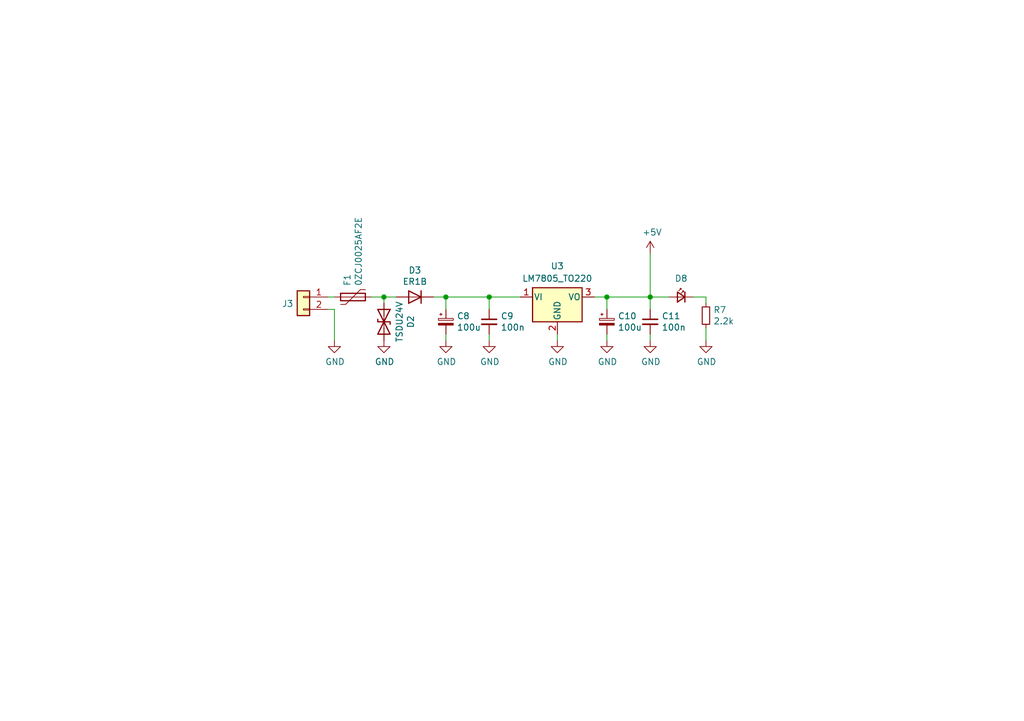
<source format=kicad_sch>
(kicad_sch (version 20250114) (generator "eeschema") (generator_version "9.0")
  (paper "A5")
  (title_block (title "Power Supply") (date "2025-07-19") (rev "1.1") (company "SQ9NJE Quirky Solutions"))
  (lib_symbols
    (symbol "Connector_Generic:Conn_01x02" (pin_names (offset 1.016) (hide yes))
      (property "Reference" "J" (at 0 2.54 0))
      (property "Value" "Conn_01x02" (at 0 -5.08 0))
      (symbol "Conn_01x02_1_1"
        (rectangle (start -1.27 1.27) (end 1.27 -3.81) (stroke (width 0.254)) (fill (type background)))
        (rectangle (start -1.27 0.127) (end 0 -0.127) (stroke (width 0.1524)))
        (rectangle (start -1.27 -2.413) (end 0 -2.667) (stroke (width 0.1524)))
        (pin passive line (at -5.08 0 0) (length 3.81) (name "Pin_1") (number "1"))
        (pin passive line (at -5.08 -2.54 0) (length 3.81) (name "Pin_2") (number "2"))
      )
    )
    (symbol "Device:C_Small" (pin_numbers (hide yes)) (pin_names (offset 0.254) (hide yes))
      (property "Reference" "C" (at 0.254 1.778 0))
      (property "Value" "C_Small" (at 0.254 -2.032 0))
      (symbol "C_Small_0_1"
        (polyline (pts (xy -1.524 0.508) (xy 1.524 0.508)) (stroke (width 0.3048)))
        (polyline (pts (xy -1.524 -0.508) (xy 1.524 -0.508)) (stroke (width 0.3302)))
      )
      (symbol "C_Small_1_1"
        (pin passive line (at 0 2.54 270) (length 2.032) (name "~") (number "1"))
        (pin passive line (at 0 -2.54 90) (length 2.032) (name "~") (number "2"))
      )
    )
    (symbol "Device:D" (pin_numbers (hide yes)) (pin_names (offset 1.016) (hide yes))
      (property "Reference" "D" (at 0 2.54 0))
      (property "Value" "D" (at 0 -2.54 0))
      (symbol "D_0_1"
        (polyline (pts (xy -1.27 1.27) (xy -1.27 -1.27)) (stroke (width 0.254)))
        (polyline (pts (xy 1.27 1.27) (xy 1.27 -1.27) (xy -1.27 0) (xy 1.27 1.27)) (stroke (width 0.254)))
        (polyline (pts (xy 1.27 0) (xy -1.27 0)))
      )
      (symbol "D_1_1"
        (pin passive line (at -3.81 0 0) (length 2.54) (name "K") (number "1"))
        (pin passive line (at 3.81 0 180) (length 2.54) (name "A") (number "2"))
      )
    )
    (symbol "Device:D_TVS" (pin_numbers (hide yes)) (pin_names (offset 1.016) (hide yes))
      (property "Reference" "D" (at 0 2.54 0))
      (property "Value" "D_TVS" (at 0 -2.54 0))
      (symbol "D_TVS_0_1"
        (polyline (pts (xy -2.54 1.27) (xy -2.54 -1.27) (xy 2.54 1.27) (xy 2.54 -1.27) (xy -2.54 1.27)) (stroke (width 0.254)))
        (polyline (pts (xy 0.508 1.27) (xy 0 1.27) (xy 0 -1.27) (xy -0.508 -1.27)) (stroke (width 0.254)))
        (polyline (pts (xy 1.27 0) (xy -1.27 0)))
      )
      (symbol "D_TVS_1_1"
        (pin passive line (at -3.81 0 0) (length 2.54) (name "A1") (number "1"))
        (pin passive line (at 3.81 0 180) (length 2.54) (name "A2") (number "2"))
      )
    )
    (symbol "Device:LED_Small" (pin_numbers (hide yes)) (pin_names (offset 0.254) (hide yes))
      (property "Reference" "D" (at -1.27 3.175 0))
      (property "Value" "LED_Small" (at -4.445 -2.54 0))
      (symbol "LED_Small_0_1"
        (polyline (pts (xy -0.762 -1.016) (xy -0.762 1.016)) (stroke (width 0.254)))
        (polyline (pts (xy 0 0.762) (xy -0.508 1.27) (xy -0.254 1.27) (xy -0.508 1.27) (xy -0.508 1.016)))
        (polyline (pts (xy 0.508 1.27) (xy 0 1.778) (xy 0.254 1.778) (xy 0 1.778) (xy 0 1.524)))
        (polyline (pts (xy 0.762 -1.016) (xy -0.762 0) (xy 0.762 1.016) (xy 0.762 -1.016)) (stroke (width 0.254)))
        (polyline (pts (xy 1.016 0) (xy -0.762 0)))
      )
      (symbol "LED_Small_1_1"
        (pin passive line (at -2.54 0 0) (length 1.778) (name "K") (number "1"))
        (pin passive line (at 2.54 0 180) (length 1.778) (name "A") (number "2"))
      )
    )
    (symbol "Device:Polyfuse" (pin_numbers (hide yes)) (pin_names (offset 0))
      (property "Reference" "F" (at -2.54 0 90))
      (property "Value" "Polyfuse" (at 2.54 0 90))
      (symbol "Polyfuse_0_1"
        (polyline (pts (xy -1.524 2.54) (xy -1.524 1.524) (xy 1.524 -1.524) (xy 1.524 -2.54)))
        (rectangle (start -0.762 2.54) (end 0.762 -2.54) (stroke (width 0.254)))
        (polyline (pts (xy 0 2.54) (xy 0 -2.54)))
      )
      (symbol "Polyfuse_1_1"
        (pin passive line (at 0 3.81 270) (length 1.27) (name "~") (number "1"))
        (pin passive line (at 0 -3.81 90) (length 1.27) (name "~") (number "2"))
      )
    )
    (symbol "Device:R_Small" (pin_numbers (hide yes)) (pin_names (offset 0.254) (hide yes))
      (property "Reference" "R" (at 0.762 0.508 0))
      (property "Value" "R_Small" (at 0.762 -1.016 0))
      (symbol "R_Small_0_1"
        (rectangle (start -0.762 1.778) (end 0.762 -1.778) (stroke (width 0.2032)))
      )
      (symbol "R_Small_1_1"
        (pin passive line (at 0 2.54 270) (length 0.762) (name "~") (number "1"))
        (pin passive line (at 0 -2.54 90) (length 0.762) (name "~") (number "2"))
      )
    )
    (symbol "Regulator_Linear:LM7805_TO220" (pin_names (offset 0.254))
      (property "Reference" "U" (at -3.81 3.175 0))
      (property "Value" "LM7805_TO220" (at 0 3.175 0))
      (symbol "LM7805_TO220_0_1"
        (rectangle (start -5.08 1.905) (end 5.08 -5.08) (stroke (width 0.254)) (fill (type background)))
      )
      (symbol "LM7805_TO220_1_1"
        (pin power_in line (at -7.62 0 0) (length 2.54) (name "VI") (number "1"))
        (pin power_in line (at 0 -7.62 90) (length 2.54) (name "GND") (number "2"))
        (pin power_out line (at 7.62 0 180) (length 2.54) (name "VO") (number "3"))
      )
    )
    (symbol "antenna_switch_comms-rescue:CP_Small-Device" (pin_numbers (hide yes)) (pin_names (offset 0.254) (hide yes))
      (property "Reference" "C" (at 0.254 1.778 0))
      (property "Value" "CP_Small-Device" (at 0.254 -2.032 0))
      (symbol "CP_Small-Device_0_1"
        (rectangle (start -1.524 0.6858) (end 1.524 0.3048))
        (rectangle (start -1.524 -0.3048) (end 1.524 -0.6858) (fill (type outline)))
        (polyline (pts (xy -1.27 1.524) (xy -0.762 1.524)))
        (polyline (pts (xy -1.016 1.27) (xy -1.016 1.778)))
      )
      (symbol "CP_Small-Device_1_1"
        (pin passive line (at 0 2.54 270) (length 1.8542) (name "~") (number "1"))
        (pin passive line (at 0 -2.54 90) (length 1.8542) (name "~") (number "2"))
      )
    )
    (symbol "power:+5V" (power) (pin_names (offset 0))
      (property "Value" "+5V" (at 0 3.556 0))
      (symbol "+5V_0_1"
        (polyline (pts (xy -0.762 1.27) (xy 0 2.54)))
        (polyline (pts (xy 0 2.54) (xy 0.762 1.27)))
        (polyline (pts (xy 0 0) (xy 0 2.54)))
      )
      (symbol "+5V_1_1"
        (pin power_in line (at 0 0 90) (length 0) (hide yes) (name "+5V") (number "1"))
      )
    )
    (symbol "power:GND" (power) (pin_names (offset 0))
      (property "Value" "GND" (at 0 -3.81 0))
      (symbol "GND_0_1"
        (polyline (pts (xy 0 0) (xy 0 -1.27) (xy 1.27 -1.27) (xy 0 -2.54) (xy -1.27 -1.27) (xy 0 -1.27)))
      )
      (symbol "GND_1_1"
        (pin power_in line (at 0 0 270) (length 0) (hide yes) (name "GND") (number "1"))
      )
    )
  )
  (junction (at 100.33 60.96))
  (junction (at 124.46 60.96))
  (junction (at 133.35 60.96))
  (junction (at 78.74 60.96))
  (junction (at 91.44 60.96))
  (wire (pts (xy 133.35 60.96) (xy 137.16 60.96)))
  (wire (pts (xy 78.74 60.96) (xy 81.28 60.96)))
  (wire (pts (xy 114.3 68.58) (xy 114.3 69.85)))
  (wire (pts (xy 144.78 60.96) (xy 144.78 62.23)))
  (wire (pts (xy 67.31 60.96) (xy 68.58 60.96)))
  (wire (pts (xy 78.74 62.23) (xy 78.74 60.96)))
  (wire (pts (xy 76.2 60.96) (xy 78.74 60.96)))
  (wire (pts (xy 133.35 68.58) (xy 133.35 69.85)))
  (wire (pts (xy 144.78 67.31) (xy 144.78 69.85)))
  (wire (pts (xy 88.9 60.96) (xy 91.44 60.96)))
  (wire (pts (xy 100.33 60.96) (xy 106.68 60.96)))
  (wire (pts (xy 142.24 60.96) (xy 144.78 60.96)))
  (wire (pts (xy 91.44 63.5) (xy 91.44 60.96)))
  (wire (pts (xy 124.46 68.58) (xy 124.46 69.85)))
  (wire (pts (xy 124.46 60.96) (xy 133.35 60.96)))
  (wire (pts (xy 67.31 63.5) (xy 68.58 63.5)))
  (wire (pts (xy 121.92 60.96) (xy 124.46 60.96)))
  (wire (pts (xy 100.33 68.58) (xy 100.33 69.85)))
  (wire (pts (xy 133.35 63.5) (xy 133.35 60.96)))
  (wire (pts (xy 100.33 63.5) (xy 100.33 60.96)))
  (wire (pts (xy 91.44 60.96) (xy 100.33 60.96)))
  (wire (pts (xy 124.46 63.5) (xy 124.46 60.96)))
  (wire (pts (xy 91.44 68.58) (xy 91.44 69.85)))
  (wire (pts (xy 133.35 52.07) (xy 133.35 60.96)))
  (wire (pts (xy 68.58 63.5) (xy 68.58 69.85)))
  (symbol (lib_id "Device:Polyfuse") (at 72.39 60.96 90) (unit 1)
    (property "Reference" "F1" (at 71.2216 58.7248 0) (effects (justify left)))
    (property "Value" "0ZCJ0025AF2E" (at 73.533 58.7248 0) (effects (justify left)))
    (property "Footprint" "Fuse:Fuse_1206_3216Metric_Pad1.42x1.75mm_HandSolder" (effects (hide yes)))
    (property "LCSC Part #" "C269104" (effects (hide yes)))
  )
  (symbol (lib_id "Device:R_Small") (at 144.78 64.77 0) (unit 1)
    (property "Reference" "R7" (at 146.2786 63.6016 0) (effects (justify left)))
    (property "Value" "2.2k" (at 146.2786 65.913 0) (effects (justify left)))
    (property "Footprint" "Resistor_SMD:R_0805_2012Metric_Pad1.15x1.40mm_HandSolder" (effects (hide yes)))
    (property "LCSC Part #" "C17520" (effects (hide yes)))
  )
  (symbol (lib_id "antenna_switch_comms-rescue:CP_Small-Device") (at 91.44 66.04 0) (unit 1)
    (property "Reference" "C8" (at 93.6752 64.8716 0) (effects (justify left)))
    (property "Value" "100u" (at 93.6752 67.183 0) (effects (justify left)))
    (property "Footprint" "Capacitor_THT:CP_Radial_D8.0mm_P3.80mm" (effects (hide yes)))
  )
  (symbol (lib_id "Device:C_Small") (at 100.33 66.04 0) (unit 1)
    (property "Reference" "C9" (at 102.6668 64.8716 0) (effects (justify left)))
    (property "Value" "100n" (at 102.6668 67.183 0) (effects (justify left)))
    (property "Footprint" "Capacitor_SMD:C_0805_2012Metric_Pad1.15x1.40mm_HandSolder" (effects (hide yes)))
    (property "LCSC Part #" "C49678" (effects (hide yes)))
  )
  (symbol (lib_id "Device:LED_Small") (at 139.7 60.96 0) (mirror y) (unit 1)
    (property "Reference" "D8" (at 139.7 57.15 0))
    (property "Value" "LED_Small" (effects (hide yes)))
    (property "Footprint" "LED_SMD:LED_0805_2012Metric_Pad1.15x1.40mm_HandSolder" (effects (hide yes)))
    (property "LCSC Part #" "C2297" (effects (hide yes)))
  )
  (symbol (lib_id "Connector_Generic:Conn_01x02") (at 62.23 60.96 0) (mirror y) (unit 1)
    (property "Reference" "J3" (at 60.198 62.3316 0) (effects (justify left)))
    (property "Value" "Conn_01x02" (effects (hide yes)))
    (property "Footprint" "TerminalBlock:TerminalBlock_bornier-2_P5.08mm" (effects (hide yes)))
  )
  (symbol (lib_id "Device:D_TVS") (at 78.74 66.04 270) (unit 1)
    (property "Reference" "D2" (at 84.2264 66.04 0))
    (property "Value" "TSDU24V" (at 81.915 66.04 0))
    (property "Footprint" "Resistor_SMD:R_0603_1608Metric_Pad1.05x0.95mm_HandSolder" (effects (hide yes)))
    (property "LCSC Part #" "C2836324" (effects (hide yes)))
  )
  (symbol (lib_id "Device:D") (at 85.09 60.96 180) (unit 1)
    (property "Reference" "D3" (at 85.09 55.4736 0))
    (property "Value" "ER1B" (at 85.09 57.785 0))
    (property "Footprint" "Diode_SMD:D_SMA" (effects (hide yes)))
    (property "LCSC Part #" "C2480" (effects (hide yes)))
  )
  (symbol (lib_id "antenna_switch_comms-rescue:CP_Small-Device") (at 124.46 66.04 0) (unit 1)
    (property "Reference" "C10" (at 126.6952 64.8716 0) (effects (justify left)))
    (property "Value" "100u" (at 126.6952 67.183 0) (effects (justify left)))
    (property "Footprint" "Capacitor_THT:CP_Radial_D8.0mm_P3.80mm" (effects (hide yes)))
  )
  (symbol (lib_id "Device:C_Small") (at 133.35 66.04 0) (unit 1)
    (property "Reference" "C11" (at 135.6868 64.8716 0) (effects (justify left)))
    (property "Value" "100n" (at 135.6868 67.183 0) (effects (justify left)))
    (property "Footprint" "Capacitor_SMD:C_0805_2012Metric_Pad1.15x1.40mm_HandSolder" (effects (hide yes)))
    (property "LCSC Part #" "C49678" (effects (hide yes)))
  )
  (symbol (lib_id "power:GND") (at 78.74 69.85 0) (unit 1)
    (property "Reference" "#PWR020" (effects (hide yes)))
    (property "Value" "GND" (at 78.867 74.2442 0))
  )
  (symbol (lib_id "power:GND") (at 68.58 69.85 0) (unit 1)
    (property "Reference" "#PWR017" (effects (hide yes)))
    (property "Value" "GND" (at 68.707 74.2442 0))
  )
  (symbol (lib_id "power:GND") (at 91.44 69.85 0) (unit 1)
    (property "Reference" "#PWR021" (effects (hide yes)))
    (property "Value" "GND" (at 91.567 74.2442 0))
  )
  (symbol (lib_id "power:GND") (at 100.33 69.85 0) (unit 1)
    (property "Reference" "#PWR024" (effects (hide yes)))
    (property "Value" "GND" (at 100.457 74.2442 0))
  )
  (symbol (lib_id "power:GND") (at 114.3 69.85 0) (unit 1)
    (property "Reference" "#PWR025" (effects (hide yes)))
    (property "Value" "GND" (at 114.427 74.2442 0))
  )
  (symbol (lib_id "power:GND") (at 124.46 69.85 0) (unit 1)
    (property "Reference" "#PWR026" (effects (hide yes)))
    (property "Value" "GND" (at 124.587 74.2442 0))
  )
  (symbol (lib_id "power:GND") (at 133.35 69.85 0) (unit 1)
    (property "Reference" "#PWR028" (effects (hide yes)))
    (property "Value" "GND" (at 133.477 74.2442 0))
  )
  (symbol (lib_id "power:GND") (at 144.78 69.85 0) (unit 1)
    (property "Reference" "#PWR032" (effects (hide yes)))
    (property "Value" "GND" (at 144.907 74.2442 0))
  )
  (symbol (lib_id "power:+5V") (at 133.35 52.07 0) (unit 1)
    (property "Reference" "#PWR027" (effects (hide yes)))
    (property "Value" "+5V" (at 133.731 47.6758 0))
  )
  (symbol (lib_id "Regulator_Linear:LM7805_TO220") (at 114.3 60.96 0) (unit 1)
    (property "Reference" "U3" (at 114.3 54.61 0))
    (property "Value" "LM7805_TO220" (at 114.3 57.15 0))
    (property "Footprint" "Package_TO_SOT_THT:TO-220-3_Horizontal_TabDown" (effects (hide yes)))
    (property "Datasheet" "https://www.onsemi.cn/PowerSolutions/document/MC7800-D.PDF" (effects (hide yes)))
    (property "Description" "Positive 1A 35V Linear Regulator, Fixed Output 5V, TO-220" (effects (hide yes)))
  )
)
</source>
